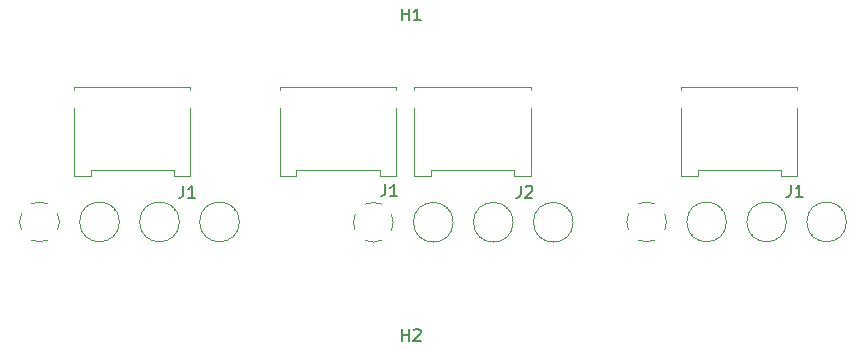
<source format=gbr>
G04 #@! TF.GenerationSoftware,KiCad,Pcbnew,(6.0.11-0)*
G04 #@! TF.CreationDate,2023-07-03T13:35:27+12:00*
G04 #@! TF.ProjectId,molex-adapter,6d6f6c65-782d-4616-9461-707465722e6b,rev?*
G04 #@! TF.SameCoordinates,PX7f50c60PY69db9c0*
G04 #@! TF.FileFunction,Legend,Top*
G04 #@! TF.FilePolarity,Positive*
%FSLAX46Y46*%
G04 Gerber Fmt 4.6, Leading zero omitted, Abs format (unit mm)*
G04 Created by KiCad (PCBNEW (6.0.11-0)) date 2023-07-03 13:35:27*
%MOMM*%
%LPD*%
G01*
G04 APERTURE LIST*
%ADD10C,0.150000*%
%ADD11C,0.120000*%
G04 APERTURE END LIST*
D10*
G04 #@! TO.C,J2*
X9276666Y18967620D02*
X9276666Y18253334D01*
X9229047Y18110477D01*
X9133809Y18015239D01*
X8990952Y17967620D01*
X8895714Y17967620D01*
X9705238Y18872381D02*
X9752857Y18920000D01*
X9848095Y18967620D01*
X10086190Y18967620D01*
X10181428Y18920000D01*
X10229047Y18872381D01*
X10276666Y18777143D01*
X10276666Y18681905D01*
X10229047Y18539048D01*
X9657619Y17967620D01*
X10276666Y17967620D01*
G04 #@! TO.C,J1*
X32166666Y19057620D02*
X32166666Y18343334D01*
X32119047Y18200477D01*
X32023809Y18105239D01*
X31880952Y18057620D01*
X31785714Y18057620D01*
X33166666Y18057620D02*
X32595238Y18057620D01*
X32880952Y18057620D02*
X32880952Y19057620D01*
X32785714Y18914762D01*
X32690476Y18819524D01*
X32595238Y18771905D01*
G04 #@! TO.C,H1*
X-751905Y32967620D02*
X-751905Y33967620D01*
X-751905Y33491429D02*
X-180477Y33491429D01*
X-180477Y32967620D02*
X-180477Y33967620D01*
X819523Y32967620D02*
X248095Y32967620D01*
X533809Y32967620D02*
X533809Y33967620D01*
X438571Y33824762D01*
X343333Y33729524D01*
X248095Y33681905D01*
G04 #@! TO.C,J1*
X-2183334Y19107620D02*
X-2183334Y18393334D01*
X-2230953Y18250477D01*
X-2326191Y18155239D01*
X-2469048Y18107620D01*
X-2564286Y18107620D01*
X-1183334Y18107620D02*
X-1754762Y18107620D01*
X-1469048Y18107620D02*
X-1469048Y19107620D01*
X-1564286Y18964762D01*
X-1659524Y18869524D01*
X-1754762Y18821905D01*
G04 #@! TO.C,H2*
X-761905Y5847620D02*
X-761905Y6847620D01*
X-761905Y6371429D02*
X-190477Y6371429D01*
X-190477Y5847620D02*
X-190477Y6847620D01*
X238095Y6752381D02*
X285714Y6800000D01*
X380952Y6847620D01*
X619047Y6847620D01*
X714285Y6800000D01*
X761904Y6752381D01*
X809523Y6657143D01*
X809523Y6561905D01*
X761904Y6419048D01*
X190476Y5847620D01*
X809523Y5847620D01*
G04 #@! TO.C,J1*
X-19293334Y18967620D02*
X-19293334Y18253334D01*
X-19340953Y18110477D01*
X-19436191Y18015239D01*
X-19579048Y17967620D01*
X-19674286Y17967620D01*
X-18293334Y17967620D02*
X-18864762Y17967620D01*
X-18579048Y17967620D02*
X-18579048Y18967620D01*
X-18674286Y18824762D01*
X-18769524Y18729524D01*
X-18864762Y18681905D01*
D11*
G04 #@! TO.C,J2*
X275000Y27355661D02*
X275000Y27045661D01*
X8725000Y20265661D02*
X1695000Y20265661D01*
X10145000Y19765661D02*
X8725000Y19765661D01*
X8725000Y19765661D02*
X8725000Y20265661D01*
X10145000Y25525661D02*
X10145000Y19765661D01*
X1695000Y20265661D02*
X1695000Y19765661D01*
X1695000Y19765661D02*
X275000Y19765661D01*
X10145000Y27355661D02*
X275000Y27355661D01*
X10145000Y27045661D02*
X10145000Y27355661D01*
X275000Y19765661D02*
X275000Y25525661D01*
G04 #@! TO.C,J1*
X31304339Y19765661D02*
X31304339Y20265661D01*
X24274339Y19765661D02*
X22854339Y19765661D01*
X32724339Y27045661D02*
X32724339Y27355661D01*
X32724339Y25525661D02*
X32724339Y19765661D01*
X22854339Y19765661D02*
X22854339Y25525661D01*
X32724339Y19765661D02*
X31304339Y19765661D01*
X22854339Y27355661D02*
X22854339Y27045661D01*
X31304339Y20265661D02*
X24274339Y20265661D01*
X24274339Y20265661D02*
X24274339Y19765661D01*
X32724339Y27355661D02*
X22854339Y27355661D01*
X28882339Y14887661D02*
X28835339Y14841661D01*
X26099339Y17185661D02*
X26064339Y17149661D01*
X26304339Y16979661D02*
X26257339Y16933661D01*
X34155339Y14671661D02*
X34120339Y14636661D01*
X23995339Y14671661D02*
X23960339Y14636661D01*
X36259339Y17185661D02*
X36224339Y17149661D01*
X36464339Y16979661D02*
X36417339Y16933661D01*
X29075339Y14671661D02*
X29040339Y14636661D01*
X33962339Y14887661D02*
X33915339Y14841661D01*
X31384339Y16979661D02*
X31337339Y16933661D01*
X31179339Y17185661D02*
X31144339Y17149661D01*
X23802339Y14887661D02*
X23755339Y14841661D01*
X20633339Y17445661D02*
G75*
G03*
X19266297Y17446088I-684001J-1534993D01*
G01*
X18414339Y16594661D02*
G75*
G03*
X18413912Y15227619I1534993J-684001D01*
G01*
X21484340Y15226661D02*
G75*
G03*
X21484766Y16593703I-1535001J684000D01*
G01*
X19265339Y14375661D02*
G75*
G03*
X19978144Y14230408I683999J1535001D01*
G01*
X19949339Y14230661D02*
G75*
G03*
X20632657Y14375905I0J1680000D01*
G01*
X36869339Y15910661D02*
G75*
G03*
X36869339Y15910661I-1680000J0D01*
G01*
X31789339Y15910661D02*
G75*
G03*
X31789339Y15910661I-1680000J0D01*
G01*
X26709339Y15910661D02*
G75*
G03*
X26709339Y15910661I-1680000J0D01*
G01*
X-17244661Y14671661D02*
X-17279661Y14636661D01*
X-14935661Y16979661D02*
X-14982661Y16933661D01*
X-17437661Y14887661D02*
X-17484661Y14841661D01*
X-15140661Y17185661D02*
X-15175661Y17149661D01*
X-20220661Y17185661D02*
X-20255661Y17149661D01*
X-25095661Y16979661D02*
X-25142661Y16933661D01*
X-27597661Y14887661D02*
X-27644661Y14841661D01*
X-25300661Y17185661D02*
X-25335661Y17149661D01*
X-27404661Y14671661D02*
X-27439661Y14636661D01*
X-20015661Y16979661D02*
X-20062661Y16933661D01*
X-22324661Y14671661D02*
X-22359661Y14636661D01*
X-22517661Y14887661D02*
X-22564661Y14841661D01*
X-32985661Y16594661D02*
G75*
G03*
X-32986088Y15227619I1534993J-684001D01*
G01*
X-32134661Y14375661D02*
G75*
G03*
X-31421856Y14230408I683999J1535001D01*
G01*
X-30766661Y17445661D02*
G75*
G03*
X-32133703Y17446088I-684001J-1534993D01*
G01*
X-29915660Y15226661D02*
G75*
G03*
X-29915234Y16593703I-1535001J684000D01*
G01*
X-31450661Y14230661D02*
G75*
G03*
X-30767343Y14375905I0J1680000D01*
G01*
X-14530661Y15910661D02*
G75*
G03*
X-14530661Y15910661I-1680000J0D01*
G01*
X-19610661Y15910661D02*
G75*
G03*
X-19610661Y15910661I-1680000J0D01*
G01*
X-24690661Y15910661D02*
G75*
G03*
X-24690661Y15910661I-1680000J0D01*
G01*
X-1245000Y25525661D02*
X-1245000Y19765661D01*
X-9695000Y19765661D02*
X-11115000Y19765661D01*
X-2665000Y19765661D02*
X-2665000Y20265661D01*
X-11115000Y27355661D02*
X-11115000Y27045661D01*
X-1245000Y27045661D02*
X-1245000Y27355661D01*
X-2665000Y20265661D02*
X-9695000Y20265661D01*
X-9695000Y20265661D02*
X-9695000Y19765661D01*
X-1245000Y27355661D02*
X-11115000Y27355661D01*
X-11115000Y19765661D02*
X-11115000Y25525661D01*
X-1245000Y19765661D02*
X-2665000Y19765661D01*
X13120000Y17155662D02*
X13085000Y17119662D01*
X5936000Y14641662D02*
X5901000Y14606662D01*
X663000Y14857662D02*
X616000Y14811662D01*
X3165000Y16949662D02*
X3118000Y16903662D01*
X856000Y14641662D02*
X821000Y14606662D01*
X13325000Y16949662D02*
X13278000Y16903662D01*
X2960000Y17155662D02*
X2925000Y17119662D01*
X5743000Y14857662D02*
X5696000Y14811662D01*
X10823000Y14857662D02*
X10776000Y14811662D01*
X11016000Y14641662D02*
X10981000Y14606662D01*
X8245000Y16949662D02*
X8198000Y16903662D01*
X8040000Y17155662D02*
X8005000Y17119662D01*
X-1654999Y15196662D02*
G75*
G03*
X-1654573Y16563704I-1535001J684000D01*
G01*
X-4725000Y16564662D02*
G75*
G03*
X-4725427Y15197620I1534993J-684001D01*
G01*
X-2506000Y17415662D02*
G75*
G03*
X-3873042Y17416089I-684001J-1534993D01*
G01*
X-3874000Y14345662D02*
G75*
G03*
X-3161195Y14200409I683999J1535001D01*
G01*
X-3190000Y14200662D02*
G75*
G03*
X-2506682Y14345906I0J1680000D01*
G01*
X3570000Y15880662D02*
G75*
G03*
X3570000Y15880662I-1680000J0D01*
G01*
X13730000Y15880662D02*
G75*
G03*
X13730000Y15880662I-1680000J0D01*
G01*
X8650000Y15880662D02*
G75*
G03*
X8650000Y15880662I-1680000J0D01*
G01*
X-28545661Y27355661D02*
X-28545661Y27045661D01*
X-28545661Y19765661D02*
X-28545661Y25525661D01*
X-18675661Y19765661D02*
X-20095661Y19765661D01*
X-20095661Y19765661D02*
X-20095661Y20265661D01*
X-18675661Y25525661D02*
X-18675661Y19765661D01*
X-27125661Y19765661D02*
X-28545661Y19765661D01*
X-20095661Y20265661D02*
X-27125661Y20265661D01*
X-18675661Y27045661D02*
X-18675661Y27355661D01*
X-18675661Y27355661D02*
X-28545661Y27355661D01*
X-27125661Y20265661D02*
X-27125661Y19765661D01*
G04 #@! TD*
M02*

</source>
